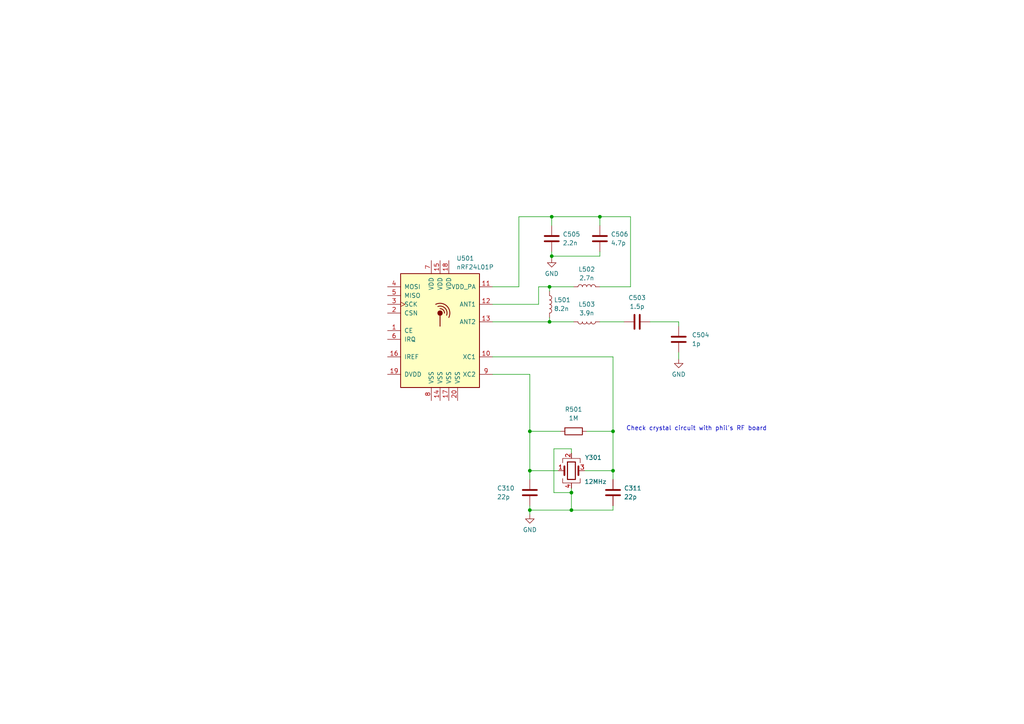
<source format=kicad_sch>
(kicad_sch (version 20230121) (generator eeschema)
  (paper "A4")
  (lib_symbols
    (symbol "Device:C" (pin_numbers hide) (pin_names (offset 0.254))
      (property "Reference" "C" (at 0.635 2.54 0))
      (property "Value" "C" (at 0.635 -2.54 0))
      (symbol "C_0_1"
        (polyline (pts (xy -2.032 -0.762) (xy 2.032 -0.762)) (stroke (width 0.508)))
        (polyline (pts (xy -2.032 0.762) (xy 2.032 0.762)) (stroke (width 0.508)))
      )
      (symbol "C_1_1"
        (pin passive line (at 0 3.81 270) (length 2.794) (name "~") (number "1"))
        (pin passive line (at 0 -3.81 90) (length 2.794) (name "~") (number "2"))
      )
    )
    (symbol "Device:Crystal_GND24" (pin_names (offset 1.016) hide)
      (property "Reference" "Y" (at 3.175 5.08 0))
      (property "Value" "Crystal_GND24" (at 3.175 3.175 0))
      (symbol "Crystal_GND24_0_1"
        (rectangle (start -1.143 2.54) (end 1.143 -2.54) (stroke (width 0.3048)))
        (polyline (pts (xy -2.54 0) (xy -2.032 0)))
        (polyline (pts (xy -2.032 -1.27) (xy -2.032 1.27)) (stroke (width 0.508)))
        (polyline (pts (xy 0 -3.81) (xy 0 -3.556)))
        (polyline (pts (xy 0 3.556) (xy 0 3.81)))
        (polyline (pts (xy 2.032 -1.27) (xy 2.032 1.27)) (stroke (width 0.508)))
        (polyline (pts (xy 2.032 0) (xy 2.54 0)))
        (polyline (pts (xy -2.54 -2.286) (xy -2.54 -3.556) (xy 2.54 -3.556) (xy 2.54 -2.286)))
        (polyline (pts (xy -2.54 2.286) (xy -2.54 3.556) (xy 2.54 3.556) (xy 2.54 2.286)))
      )
      (symbol "Crystal_GND24_1_1"
        (pin passive line (at -3.81 0 0) (length 1.27) (name "1") (number "1"))
        (pin passive line (at 0 5.08 270) (length 1.27) (name "2") (number "2"))
        (pin passive line (at 3.81 0 180) (length 1.27) (name "3") (number "3"))
        (pin passive line (at 0 -5.08 90) (length 1.27) (name "4") (number "4"))
      )
    )
    (symbol "Device:L" (pin_numbers hide) (pin_names (offset 1.016) hide)
      (property "Reference" "L" (at -1.27 0 90))
      (property "Value" "L" (at 1.905 0 90))
      (symbol "L_0_1"
        (arc (start 0 -2.54) (mid 0.6323 -1.905) (end 0 -1.27))
        (arc (start 0 -1.27) (mid 0.6323 -0.635) (end 0 0))
        (arc (start 0 0) (mid 0.6323 0.635) (end 0 1.27))
        (arc (start 0 1.27) (mid 0.6323 1.905) (end 0 2.54))
      )
      (symbol "L_1_1"
        (pin passive line (at 0 3.81 270) (length 1.27) (name "1") (number "1"))
        (pin passive line (at 0 -3.81 90) (length 1.27) (name "2") (number "2"))
      )
    )
    (symbol "Device:R" (pin_numbers hide) (pin_names (offset 0))
      (property "Reference" "R" (at 2.032 0 90))
      (property "Value" "R" (at 0 0 90))
      (symbol "R_0_1"
        (rectangle (start -1.016 -2.54) (end 1.016 2.54) (stroke (width 0.254)))
      )
      (symbol "R_1_1"
        (pin passive line (at 0 3.81 270) (length 1.27) (name "~") (number "1"))
        (pin passive line (at 0 -3.81 90) (length 1.27) (name "~") (number "2"))
      )
    )
    (symbol "RF:nRF24L01P" (pin_names (offset 1.016))
      (property "Reference" "U" (at -11.43 17.78 0))
      (property "Value" "nRF24L01P" (at 5.08 17.78 0))
      (symbol "nRF24L01P_0_1"
        (rectangle (start -11.43 16.51) (end 11.43 -16.51) (stroke (width 0.254)) (fill (type background)))
        (polyline (pts (xy 0 4.445) (xy 0 1.27)) (stroke (width 0.254)))
        (circle (center 0 5.08) (radius 0.635) (stroke (width 0.254)) (fill (type outline)))
        (arc (start 1.27 5.08) (mid 0.9071 5.9946) (end 0 6.35) (stroke (width 0.254)))
        (arc (start 1.905 4.445) (mid 1.4313 6.5254) (end -0.635 6.985) (stroke (width 0.254)))
        (arc (start 2.54 3.81) (mid 2.008 7.088) (end -1.27 7.62) (stroke (width 0.254)))
        (rectangle (start 11.43 -13.97) (end 11.43 -13.97))
      )
      (symbol "nRF24L01P_1_1"
        (pin input line (at -15.24 0 0) (length 3.81) (name "CE") (number "1"))
        (pin passive line (at 15.24 -7.62 180) (length 3.81) (name "XC1") (number "10"))
        (pin power_out line (at 15.24 12.7 180) (length 3.81) (name "VDD_PA") (number "11"))
        (pin passive line (at 15.24 7.62 180) (length 3.81) (name "ANT1") (number "12"))
        (pin passive line (at 15.24 2.54 180) (length 3.81) (name "ANT2") (number "13"))
        (pin power_in line (at 0 -20.32 90) (length 3.81) (name "VSS") (number "14"))
        (pin power_in line (at 0 20.32 270) (length 3.81) (name "VDD") (number "15"))
        (pin passive line (at -15.24 -7.62 0) (length 3.81) (name "IREF") (number "16"))
        (pin power_in line (at 2.54 -20.32 90) (length 3.81) (name "VSS") (number "17"))
        (pin power_in line (at 2.54 20.32 270) (length 3.81) (name "VDD") (number "18"))
        (pin power_out line (at -15.24 -12.7 0) (length 3.81) (name "DVDD") (number "19"))
        (pin input line (at -15.24 5.08 0) (length 3.81) (name "CSN") (number "2"))
        (pin power_in line (at 5.08 -20.32 90) (length 3.81) (name "VSS") (number "20"))
        (pin input clock (at -15.24 7.62 0) (length 3.81) (name "SCK") (number "3"))
        (pin input line (at -15.24 12.7 0) (length 3.81) (name "MOSI") (number "4"))
        (pin output line (at -15.24 10.16 0) (length 3.81) (name "MISO") (number "5"))
        (pin output line (at -15.24 -2.54 0) (length 3.81) (name "IRQ") (number "6"))
        (pin power_in line (at -2.54 20.32 270) (length 3.81) (name "VDD") (number "7"))
        (pin power_in line (at -2.54 -20.32 90) (length 3.81) (name "VSS") (number "8"))
        (pin passive line (at 15.24 -12.7 180) (length 3.81) (name "XC2") (number "9"))
      )
    )
    (symbol "power:GND" (power) (pin_names (offset 0))
      (property "Value" "GND" (at 0 -3.81 0))
      (symbol "GND_0_1"
        (polyline (pts (xy 0 0) (xy 0 -1.27) (xy 1.27 -1.27) (xy 0 -2.54) (xy -1.27 -1.27) (xy 0 -1.27)))
      )
      (symbol "GND_1_1"
        (pin power_in line (at 0 0 270) (length 0) hide (name "GND") (number "1"))
      )
    )
  )
  (junction (at 153.67 125.095))
  (junction (at 177.8 136.525))
  (junction (at 173.99 62.865))
  (junction (at 177.8 125.095))
  (junction (at 153.67 136.525))
  (junction (at 159.385 93.345))
  (junction (at 159.385 83.185))
  (junction (at 165.735 147.955))
  (junction (at 160.02 74.295))
  (junction (at 153.67 147.955))
  (junction (at 160.02 62.865))
  (junction (at 165.735 142.875))
  (wire (pts (xy 173.99 73.025) (xy 173.99 74.295)))
  (wire (pts (xy 150.495 83.185) (xy 150.495 62.865)))
  (wire (pts (xy 159.385 92.075) (xy 159.385 93.345)))
  (wire (pts (xy 160.02 62.865) (xy 173.99 62.865)))
  (wire (pts (xy 165.735 147.955) (xy 153.67 147.955)))
  (wire (pts (xy 170.18 125.095) (xy 177.8 125.095)))
  (wire (pts (xy 142.875 83.185) (xy 150.495 83.185)))
  (wire (pts (xy 160.02 74.295) (xy 160.02 74.93)))
  (wire (pts (xy 160.02 74.295) (xy 173.99 74.295)))
  (wire (pts (xy 156.21 83.185) (xy 159.385 83.185)))
  (wire (pts (xy 177.8 139.065) (xy 177.8 136.525)))
  (wire (pts (xy 196.85 102.235) (xy 196.85 104.14)))
  (wire (pts (xy 142.875 108.585) (xy 153.67 108.585)))
  (wire (pts (xy 182.88 83.185) (xy 182.88 62.865)))
  (wire (pts (xy 153.67 139.065) (xy 153.67 136.525)))
  (wire (pts (xy 142.875 88.265) (xy 156.21 88.265)))
  (wire (pts (xy 169.545 136.525) (xy 177.8 136.525)))
  (wire (pts (xy 153.67 108.585) (xy 153.67 125.095)))
  (wire (pts (xy 156.21 88.265) (xy 156.21 83.185)))
  (wire (pts (xy 177.8 125.095) (xy 177.8 136.525)))
  (wire (pts (xy 173.99 83.185) (xy 182.88 83.185)))
  (wire (pts (xy 159.385 93.345) (xy 166.37 93.345)))
  (wire (pts (xy 188.595 93.345) (xy 196.85 93.345)))
  (wire (pts (xy 142.875 103.505) (xy 177.8 103.505)))
  (wire (pts (xy 159.385 83.185) (xy 166.37 83.185)))
  (wire (pts (xy 177.8 146.685) (xy 177.8 147.955)))
  (wire (pts (xy 177.8 103.505) (xy 177.8 125.095)))
  (wire (pts (xy 165.735 130.175) (xy 160.655 130.175)))
  (wire (pts (xy 162.56 125.095) (xy 153.67 125.095)))
  (wire (pts (xy 160.655 130.175) (xy 160.655 142.875)))
  (wire (pts (xy 165.735 131.445) (xy 165.735 130.175)))
  (wire (pts (xy 150.495 62.865) (xy 160.02 62.865)))
  (wire (pts (xy 153.67 146.685) (xy 153.67 147.955)))
  (wire (pts (xy 165.735 141.605) (xy 165.735 142.875)))
  (wire (pts (xy 196.85 93.345) (xy 196.85 94.615)))
  (wire (pts (xy 165.735 142.875) (xy 165.735 147.955)))
  (wire (pts (xy 160.02 62.865) (xy 160.02 65.405)))
  (wire (pts (xy 173.99 62.865) (xy 173.99 65.405)))
  (wire (pts (xy 153.67 147.955) (xy 153.67 149.225)))
  (wire (pts (xy 142.875 93.345) (xy 159.385 93.345)))
  (wire (pts (xy 160.02 73.025) (xy 160.02 74.295)))
  (wire (pts (xy 173.99 62.865) (xy 182.88 62.865)))
  (wire (pts (xy 153.67 136.525) (xy 161.925 136.525)))
  (wire (pts (xy 159.385 84.455) (xy 159.385 83.185)))
  (wire (pts (xy 173.99 93.345) (xy 180.975 93.345)))
  (wire (pts (xy 153.67 125.095) (xy 153.67 136.525)))
  (wire (pts (xy 177.8 147.955) (xy 165.735 147.955)))
  (wire (pts (xy 160.655 142.875) (xy 165.735 142.875)))
  (text "Check crystal circuit with phil's RF board" (at 181.61 125.095 0) (effects (font (size 1.27 1.27)) (justify left bottom)))
  (symbol (lib_id "RF:nRF24L01P") (at 127.635 95.885 0) (unit 1)
    (property "Reference" "U501" (at 132.3691 74.93 0) (effects (justify left)))
    (property "Value" "nRF24L01P" (at 132.3691 77.47 0) (effects (justify left)))
    (property "Footprint" "Package_DFN_QFN:QFN-20-1EP_4x4mm_P0.5mm_EP2.5x2.5mm" (effects hide))
    (property "Datasheet" "http://www.nordicsemi.com/eng/content/download/2726/34069/file/nRF24L01P_Product_Specification_1_0.pdf" (effects hide))
  )
  (symbol (lib_id "Device:C") (at 160.02 69.215 0) (unit 1)
    (property "Reference" "C505" (at 163.195 67.945 0) (effects (justify left)))
    (property "Value" "2.2n" (at 163.195 70.485 0) (effects (justify left)))
  )
  (symbol (lib_id "Device:L") (at 170.18 93.345 270) (unit 1)
    (property "Reference" "L503" (at 170.18 88.265 90))
    (property "Value" "3.9n" (at 170.18 90.805 90))
  )
  (symbol (lib_id "Device:R") (at 166.37 125.095 90) (unit 1)
    (property "Reference" "R501" (at 166.37 118.745 90))
    (property "Value" "1M" (at 166.37 121.285 90))
  )
  (symbol (lib_id "Device:C") (at 196.85 98.425 180) (unit 1)
    (property "Reference" "C504" (at 200.66 97.155 0) (effects (justify right)))
    (property "Value" "1p" (at 200.66 99.695 0) (effects (justify right)))
  )
  (symbol (lib_id "Device:C") (at 173.99 69.215 0) (unit 1)
    (property "Reference" "C506" (at 177.165 67.945 0) (effects (justify left)))
    (property "Value" "4.7p" (at 177.165 70.485 0) (effects (justify left)))
  )
  (symbol (lib_id "Device:C") (at 153.67 142.875 0) (unit 1)
    (property "Reference" "C310" (at 144.145 141.605 0) (effects (justify left)))
    (property "Value" "22p" (at 144.145 144.145 0) (effects (justify left)))
    (instances (project "MicroQuad" (path "" (reference "C310") (unit 1)) (path "" (reference "C501") (unit 1))))
  )
  (symbol (lib_id "Device:C") (at 184.785 93.345 90) (unit 1)
    (property "Reference" "C503" (at 184.785 86.36 90))
    (property "Value" "1.5p" (at 184.785 88.9 90))
  )
  (symbol (lib_id "Device:L") (at 159.385 88.265 0) (unit 1)
    (property "Reference" "L501" (at 160.655 86.995 0) (effects (justify left)))
    (property "Value" "8.2n" (at 160.655 89.535 0) (effects (justify left)))
  )
  (symbol (lib_id "power:GND") (at 196.85 104.14 0) (unit 1)
    (property "Reference" "#PWR0318" (effects hide))
    (property "Value" "GND" (at 196.85 108.585 0))
    (instances (project "MicroQuad" (path "" (reference "#PWR0318") (unit 1)) (path "" (reference "#PWR0502") (unit 1))))
  )
  (symbol (lib_id "Device:C") (at 177.8 142.875 0) (unit 1)
    (property "Reference" "C311" (at 180.975 141.605 0) (effects (justify left)))
    (property "Value" "22p" (at 180.975 144.145 0) (effects (justify left)))
    (instances (project "MicroQuad" (path "" (reference "C311") (unit 1)) (path "" (reference "C502") (unit 1))))
  )
  (symbol (lib_id "power:GND") (at 160.02 74.93 0) (unit 1)
    (property "Reference" "#PWR0318" (effects hide))
    (property "Value" "GND" (at 160.02 79.375 0))
    (instances (project "MicroQuad" (path "" (reference "#PWR0318") (unit 1)) (path "" (reference "#PWR0503") (unit 1))))
  )
  (symbol (lib_id "Device:L") (at 170.18 83.185 90) (unit 1)
    (property "Reference" "L502" (at 170.18 78.105 90))
    (property "Value" "2.7n" (at 170.18 80.645 90))
  )
  (symbol (lib_id "power:GND") (at 153.67 149.225 0) (unit 1)
    (property "Reference" "#PWR0318" (effects hide))
    (property "Value" "GND" (at 153.67 153.67 0))
    (instances (project "MicroQuad" (path "" (reference "#PWR0318") (unit 1)) (path "" (reference "#PWR0501") (unit 1))))
  )
  (symbol (lib_id "Device:Crystal_GND24") (at 165.735 136.525 0) (unit 1)
    (property "Reference" "Y301" (at 172.085 132.715 0))
    (property "Value" "12MHz" (at 172.72 139.7 0))
    (instances (project "MicroQuad" (path "" (reference "Y301") (unit 1)) (path "" (reference "Y501") (unit 1))))
  )
)
</source>
